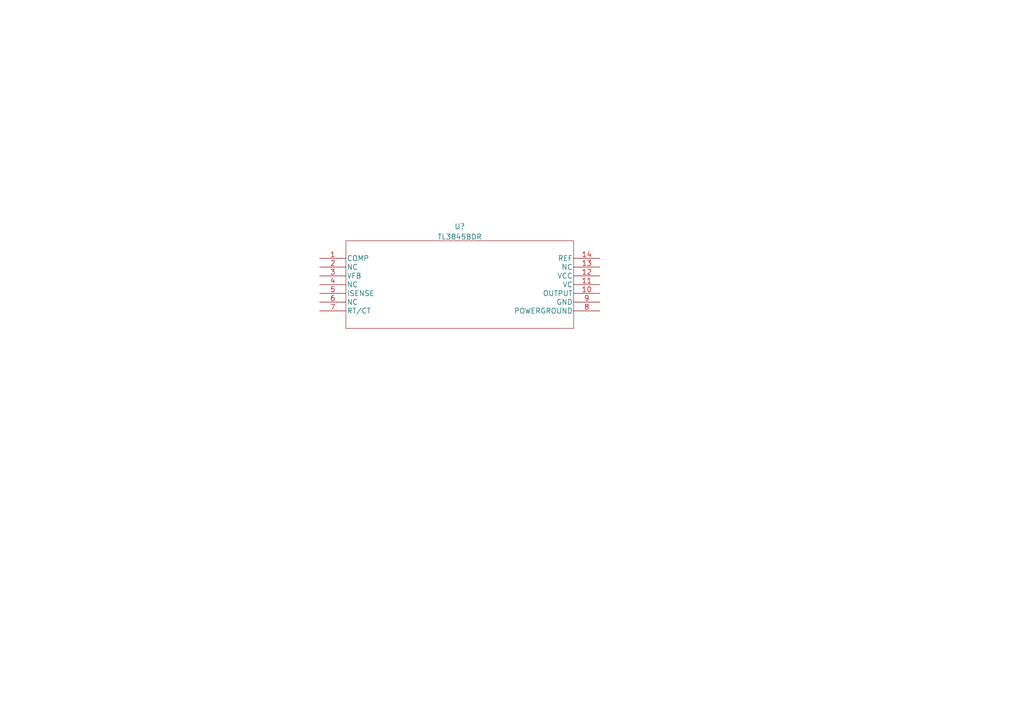
<source format=kicad_sch>
(kicad_sch (version 20211123) (generator eeschema)
  (paper "A4")
  (lib_symbols
    (symbol "TL3845BDR:TL3845BDR" (pin_names (offset 0.254))
      (property "Reference" "U" (at 40.64 10.16 0))
      (property "Value" "TL3845BDR" (at 40.64 7.62 0))
      (symbol "TL3845BDR_1_1"
        (polyline (pts (xy 7.62 -20.32) (xy 73.66 -20.32)) (stroke (width 0.127)))
        (polyline (pts (xy 7.62 5.08) (xy 7.62 -20.32)) (stroke (width 0.127)))
        (polyline (pts (xy 73.66 -20.32) (xy 73.66 5.08)) (stroke (width 0.127)))
        (polyline (pts (xy 73.66 5.08) (xy 7.62 5.08)) (stroke (width 0.127)))
        (pin unspecified line (at 0 0 0) (length 7.62) (name "COMP") (number "1"))
        (pin output line (at 81.28 -10.16 180) (length 7.62) (name "OUTPUT") (number "10"))
        (pin power_in line (at 81.28 -7.62 180) (length 7.62) (name "VC") (number "11"))
        (pin power_in line (at 81.28 -5.08 180) (length 7.62) (name "VCC") (number "12"))
        (pin unspecified line (at 81.28 -2.54 180) (length 7.62) (name "NC") (number "13"))
        (pin power_in line (at 81.28 0 180) (length 7.62) (name "REF") (number "14"))
        (pin unspecified line (at 0 -2.54 0) (length 7.62) (name "NC") (number "2"))
        (pin unspecified line (at 0 -5.08 0) (length 7.62) (name "VFB") (number "3"))
        (pin unspecified line (at 0 -7.62 0) (length 7.62) (name "NC") (number "4"))
        (pin unspecified line (at 0 -10.16 0) (length 7.62) (name "ISENSE") (number "5"))
        (pin unspecified line (at 0 -12.7 0) (length 7.62) (name "NC") (number "6"))
        (pin unspecified line (at 0 -15.24 0) (length 7.62) (name "RT/CT") (number "7"))
        (pin power_in line (at 81.28 -15.24 180) (length 7.62) (name "POWERGROUND") (number "8"))
        (pin power_in line (at 81.28 -12.7 180) (length 7.62) (name "GND") (number "9"))
      )
    )
  )
  (symbol (lib_id "TL3845BDR:TL3845BDR") (at 92.71 74.93 0) (unit 1)
    (property "Reference" "U?" (at 133.35 65.7024 0) (effects (font (size 1.524 1.524))))
    (property "Value" "TL3845BDR" (at 133.35 68.6958 0) (effects (font (size 1.524 1.524))))
    (property "Footprint" "TL3845BDR:TL3845BDR" (effects hide))
    (property "Datasheet" "https://www.ti.com/lit/ds/symlink/tl3843b.pdf" (effects hide))
    (property "MPN" "TL3845BDR" (effects hide))
    (property "Supplier Link" "https://www.digikey.ca/en/products/detail/texas-instruments/TL3845BDR/1674915" (effects hide))
  )
)
</source>
